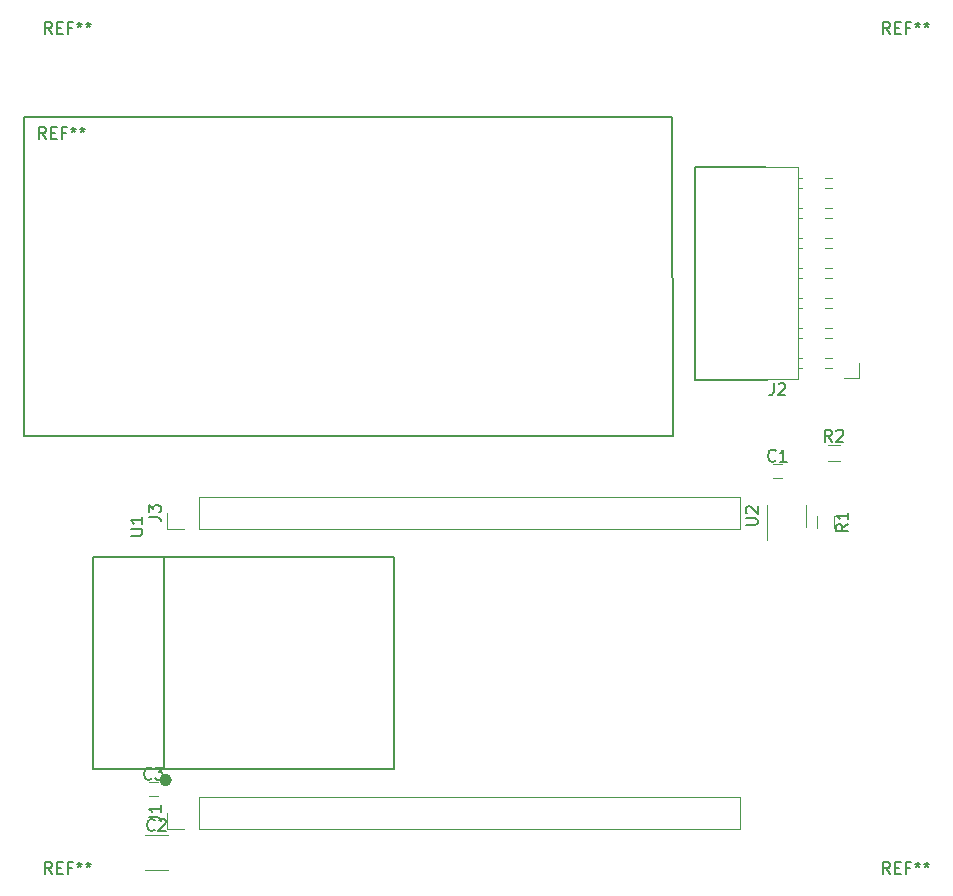
<source format=gbr>
G04 #@! TF.FileFunction,Legend,Top*
%FSLAX46Y46*%
G04 Gerber Fmt 4.6, Leading zero omitted, Abs format (unit mm)*
G04 Created by KiCad (PCBNEW 4.0.6) date Thu Nov  2 19:42:21 2017*
%MOMM*%
%LPD*%
G01*
G04 APERTURE LIST*
%ADD10C,0.100000*%
%ADD11C,0.500000*%
%ADD12C,0.150000*%
%ADD13C,0.120000*%
G04 APERTURE END LIST*
D10*
D11*
X130839981Y-86106000D02*
G75*
G03X130839981Y-86106000I-283981J0D01*
G01*
D12*
X130410000Y-67200000D02*
X130410000Y-85200000D01*
X124410000Y-85200000D02*
X149910000Y-85200000D01*
X124410000Y-67200000D02*
X149910000Y-67200000D01*
X149910000Y-67200000D02*
X149910000Y-85200000D01*
X124410000Y-67200000D02*
X124410000Y-85200000D01*
D13*
X130794000Y-90722000D02*
X128794000Y-90722000D01*
X128794000Y-93682000D02*
X130794000Y-93682000D01*
X182022000Y-59344000D02*
X182722000Y-59344000D01*
X182722000Y-60544000D02*
X182022000Y-60544000D01*
X129190000Y-86268000D02*
X129890000Y-86268000D01*
X129890000Y-87468000D02*
X129190000Y-87468000D01*
X133350000Y-90290000D02*
X179190000Y-90290000D01*
X179190000Y-90290000D02*
X179190000Y-87510000D01*
X179190000Y-87510000D02*
X133350000Y-87510000D01*
X133350000Y-87510000D02*
X133350000Y-90290000D01*
X132080000Y-90290000D02*
X130690000Y-90290000D01*
X130690000Y-90290000D02*
X130690000Y-88900000D01*
X133350000Y-64890000D02*
X179190000Y-64890000D01*
X179190000Y-64890000D02*
X179190000Y-62110000D01*
X179190000Y-62110000D02*
X133350000Y-62110000D01*
X133350000Y-62110000D02*
X133350000Y-64890000D01*
X132080000Y-64890000D02*
X130690000Y-64890000D01*
X130690000Y-64890000D02*
X130690000Y-63500000D01*
X185756000Y-64762000D02*
X185756000Y-63762000D01*
X187116000Y-63762000D02*
X187116000Y-64762000D01*
X184744000Y-64654000D02*
X184744000Y-62854000D01*
X181524000Y-62854000D02*
X181524000Y-65804000D01*
D12*
X118540000Y-29980000D02*
X118540000Y-56980000D01*
X118540000Y-56980000D02*
X173540000Y-56980000D01*
X173540000Y-56980000D02*
X173440000Y-29980000D01*
X173440000Y-29980000D02*
X118540000Y-29980000D01*
X181410000Y-34170000D02*
X175380000Y-34170000D01*
X175380000Y-34170000D02*
X175380000Y-52210000D01*
X175380000Y-52210000D02*
X181500000Y-52210000D01*
D13*
X184140000Y-52190000D02*
X184140000Y-49530000D01*
X181400000Y-52190000D02*
X184140000Y-52190000D01*
X184450000Y-51240000D02*
X184140000Y-51240000D01*
X184450000Y-50360000D02*
X184140000Y-50360000D01*
X186990000Y-51240000D02*
X186390000Y-51240000D01*
X186990000Y-50360000D02*
X186390000Y-50360000D01*
X184140000Y-49530000D02*
X184140000Y-46990000D01*
X184450000Y-48700000D02*
X184140000Y-48700000D01*
X184450000Y-47820000D02*
X184140000Y-47820000D01*
X186990000Y-48700000D02*
X186390000Y-48700000D01*
X186990000Y-47820000D02*
X186390000Y-47820000D01*
X184140000Y-46990000D02*
X184140000Y-44450000D01*
X184450000Y-46160000D02*
X184140000Y-46160000D01*
X184450000Y-45280000D02*
X184140000Y-45280000D01*
X186990000Y-46160000D02*
X186390000Y-46160000D01*
X186990000Y-45280000D02*
X186390000Y-45280000D01*
X184140000Y-44450000D02*
X184140000Y-41910000D01*
X184450000Y-43620000D02*
X184140000Y-43620000D01*
X184450000Y-42740000D02*
X184140000Y-42740000D01*
X186990000Y-43620000D02*
X186390000Y-43620000D01*
X186990000Y-42740000D02*
X186390000Y-42740000D01*
X184140000Y-41910000D02*
X184140000Y-39370000D01*
X184450000Y-41080000D02*
X184140000Y-41080000D01*
X184450000Y-40200000D02*
X184140000Y-40200000D01*
X186990000Y-41080000D02*
X186390000Y-41080000D01*
X186990000Y-40200000D02*
X186390000Y-40200000D01*
X184140000Y-39370000D02*
X184140000Y-36830000D01*
X184450000Y-38540000D02*
X184140000Y-38540000D01*
X184450000Y-37660000D02*
X184140000Y-37660000D01*
X186990000Y-38540000D02*
X186390000Y-38540000D01*
X186990000Y-37660000D02*
X186390000Y-37660000D01*
X184140000Y-36830000D02*
X184140000Y-34170000D01*
X184140000Y-34170000D02*
X181400000Y-34170000D01*
X184450000Y-36000000D02*
X184140000Y-36000000D01*
X184450000Y-35120000D02*
X184140000Y-35120000D01*
X186990000Y-36000000D02*
X186390000Y-36000000D01*
X186990000Y-35120000D02*
X186390000Y-35120000D01*
X189230000Y-50800000D02*
X189230000Y-52070000D01*
X189230000Y-52070000D02*
X187960000Y-52070000D01*
X187640000Y-59130000D02*
X186640000Y-59130000D01*
X186640000Y-57770000D02*
X187640000Y-57770000D01*
D12*
X127595381Y-65404905D02*
X128404905Y-65404905D01*
X128500143Y-65357286D01*
X128547762Y-65309667D01*
X128595381Y-65214429D01*
X128595381Y-65023952D01*
X128547762Y-64928714D01*
X128500143Y-64881095D01*
X128404905Y-64833476D01*
X127595381Y-64833476D01*
X128595381Y-63833476D02*
X128595381Y-64404905D01*
X128595381Y-64119191D02*
X127595381Y-64119191D01*
X127738238Y-64214429D01*
X127833476Y-64309667D01*
X127881095Y-64404905D01*
X129627334Y-90309143D02*
X129579715Y-90356762D01*
X129436858Y-90404381D01*
X129341620Y-90404381D01*
X129198762Y-90356762D01*
X129103524Y-90261524D01*
X129055905Y-90166286D01*
X129008286Y-89975810D01*
X129008286Y-89832952D01*
X129055905Y-89642476D01*
X129103524Y-89547238D01*
X129198762Y-89452000D01*
X129341620Y-89404381D01*
X129436858Y-89404381D01*
X129579715Y-89452000D01*
X129627334Y-89499619D01*
X130008286Y-89499619D02*
X130055905Y-89452000D01*
X130151143Y-89404381D01*
X130389239Y-89404381D01*
X130484477Y-89452000D01*
X130532096Y-89499619D01*
X130579715Y-89594857D01*
X130579715Y-89690095D01*
X130532096Y-89832952D01*
X129960667Y-90404381D01*
X130579715Y-90404381D01*
X182205334Y-59051143D02*
X182157715Y-59098762D01*
X182014858Y-59146381D01*
X181919620Y-59146381D01*
X181776762Y-59098762D01*
X181681524Y-59003524D01*
X181633905Y-58908286D01*
X181586286Y-58717810D01*
X181586286Y-58574952D01*
X181633905Y-58384476D01*
X181681524Y-58289238D01*
X181776762Y-58194000D01*
X181919620Y-58146381D01*
X182014858Y-58146381D01*
X182157715Y-58194000D01*
X182205334Y-58241619D01*
X183157715Y-59146381D02*
X182586286Y-59146381D01*
X182872000Y-59146381D02*
X182872000Y-58146381D01*
X182776762Y-58289238D01*
X182681524Y-58384476D01*
X182586286Y-58432095D01*
X129373334Y-85975143D02*
X129325715Y-86022762D01*
X129182858Y-86070381D01*
X129087620Y-86070381D01*
X128944762Y-86022762D01*
X128849524Y-85927524D01*
X128801905Y-85832286D01*
X128754286Y-85641810D01*
X128754286Y-85498952D01*
X128801905Y-85308476D01*
X128849524Y-85213238D01*
X128944762Y-85118000D01*
X129087620Y-85070381D01*
X129182858Y-85070381D01*
X129325715Y-85118000D01*
X129373334Y-85165619D01*
X129706667Y-85070381D02*
X130325715Y-85070381D01*
X129992381Y-85451333D01*
X130135239Y-85451333D01*
X130230477Y-85498952D01*
X130278096Y-85546571D01*
X130325715Y-85641810D01*
X130325715Y-85879905D01*
X130278096Y-85975143D01*
X130230477Y-86022762D01*
X130135239Y-86070381D01*
X129849524Y-86070381D01*
X129754286Y-86022762D01*
X129706667Y-85975143D01*
X129142381Y-89233333D02*
X129856667Y-89233333D01*
X129999524Y-89280953D01*
X130094762Y-89376191D01*
X130142381Y-89519048D01*
X130142381Y-89614286D01*
X130142381Y-88233333D02*
X130142381Y-88804762D01*
X130142381Y-88519048D02*
X129142381Y-88519048D01*
X129285238Y-88614286D01*
X129380476Y-88709524D01*
X129428095Y-88804762D01*
X129142381Y-63833333D02*
X129856667Y-63833333D01*
X129999524Y-63880953D01*
X130094762Y-63976191D01*
X130142381Y-64119048D01*
X130142381Y-64214286D01*
X129142381Y-63452381D02*
X129142381Y-62833333D01*
X129523333Y-63166667D01*
X129523333Y-63023809D01*
X129570952Y-62928571D01*
X129618571Y-62880952D01*
X129713810Y-62833333D01*
X129951905Y-62833333D01*
X130047143Y-62880952D01*
X130094762Y-62928571D01*
X130142381Y-63023809D01*
X130142381Y-63309524D01*
X130094762Y-63404762D01*
X130047143Y-63452381D01*
X188338381Y-64428666D02*
X187862190Y-64762000D01*
X188338381Y-65000095D02*
X187338381Y-65000095D01*
X187338381Y-64619142D01*
X187386000Y-64523904D01*
X187433619Y-64476285D01*
X187528857Y-64428666D01*
X187671714Y-64428666D01*
X187766952Y-64476285D01*
X187814571Y-64523904D01*
X187862190Y-64619142D01*
X187862190Y-65000095D01*
X188338381Y-63476285D02*
X188338381Y-64047714D01*
X188338381Y-63762000D02*
X187338381Y-63762000D01*
X187481238Y-63857238D01*
X187576476Y-63952476D01*
X187624095Y-64047714D01*
X179686381Y-64515905D02*
X180495905Y-64515905D01*
X180591143Y-64468286D01*
X180638762Y-64420667D01*
X180686381Y-64325429D01*
X180686381Y-64134952D01*
X180638762Y-64039714D01*
X180591143Y-63992095D01*
X180495905Y-63944476D01*
X179686381Y-63944476D01*
X179781619Y-63515905D02*
X179734000Y-63468286D01*
X179686381Y-63373048D01*
X179686381Y-63134952D01*
X179734000Y-63039714D01*
X179781619Y-62992095D01*
X179876857Y-62944476D01*
X179972095Y-62944476D01*
X180114952Y-62992095D01*
X180686381Y-63563524D01*
X180686381Y-62944476D01*
X120936667Y-22922381D02*
X120603333Y-22446190D01*
X120365238Y-22922381D02*
X120365238Y-21922381D01*
X120746191Y-21922381D01*
X120841429Y-21970000D01*
X120889048Y-22017619D01*
X120936667Y-22112857D01*
X120936667Y-22255714D01*
X120889048Y-22350952D01*
X120841429Y-22398571D01*
X120746191Y-22446190D01*
X120365238Y-22446190D01*
X121365238Y-22398571D02*
X121698572Y-22398571D01*
X121841429Y-22922381D02*
X121365238Y-22922381D01*
X121365238Y-21922381D01*
X121841429Y-21922381D01*
X122603334Y-22398571D02*
X122270000Y-22398571D01*
X122270000Y-22922381D02*
X122270000Y-21922381D01*
X122746191Y-21922381D01*
X123270000Y-21922381D02*
X123270000Y-22160476D01*
X123031905Y-22065238D02*
X123270000Y-22160476D01*
X123508096Y-22065238D01*
X123127143Y-22350952D02*
X123270000Y-22160476D01*
X123412858Y-22350952D01*
X124031905Y-21922381D02*
X124031905Y-22160476D01*
X123793810Y-22065238D02*
X124031905Y-22160476D01*
X124270001Y-22065238D01*
X123889048Y-22350952D02*
X124031905Y-22160476D01*
X124174763Y-22350952D01*
X120936667Y-94042381D02*
X120603333Y-93566190D01*
X120365238Y-94042381D02*
X120365238Y-93042381D01*
X120746191Y-93042381D01*
X120841429Y-93090000D01*
X120889048Y-93137619D01*
X120936667Y-93232857D01*
X120936667Y-93375714D01*
X120889048Y-93470952D01*
X120841429Y-93518571D01*
X120746191Y-93566190D01*
X120365238Y-93566190D01*
X121365238Y-93518571D02*
X121698572Y-93518571D01*
X121841429Y-94042381D02*
X121365238Y-94042381D01*
X121365238Y-93042381D01*
X121841429Y-93042381D01*
X122603334Y-93518571D02*
X122270000Y-93518571D01*
X122270000Y-94042381D02*
X122270000Y-93042381D01*
X122746191Y-93042381D01*
X123270000Y-93042381D02*
X123270000Y-93280476D01*
X123031905Y-93185238D02*
X123270000Y-93280476D01*
X123508096Y-93185238D01*
X123127143Y-93470952D02*
X123270000Y-93280476D01*
X123412858Y-93470952D01*
X124031905Y-93042381D02*
X124031905Y-93280476D01*
X123793810Y-93185238D02*
X124031905Y-93280476D01*
X124270001Y-93185238D01*
X123889048Y-93470952D02*
X124031905Y-93280476D01*
X124174763Y-93470952D01*
X191896667Y-94042381D02*
X191563333Y-93566190D01*
X191325238Y-94042381D02*
X191325238Y-93042381D01*
X191706191Y-93042381D01*
X191801429Y-93090000D01*
X191849048Y-93137619D01*
X191896667Y-93232857D01*
X191896667Y-93375714D01*
X191849048Y-93470952D01*
X191801429Y-93518571D01*
X191706191Y-93566190D01*
X191325238Y-93566190D01*
X192325238Y-93518571D02*
X192658572Y-93518571D01*
X192801429Y-94042381D02*
X192325238Y-94042381D01*
X192325238Y-93042381D01*
X192801429Y-93042381D01*
X193563334Y-93518571D02*
X193230000Y-93518571D01*
X193230000Y-94042381D02*
X193230000Y-93042381D01*
X193706191Y-93042381D01*
X194230000Y-93042381D02*
X194230000Y-93280476D01*
X193991905Y-93185238D02*
X194230000Y-93280476D01*
X194468096Y-93185238D01*
X194087143Y-93470952D02*
X194230000Y-93280476D01*
X194372858Y-93470952D01*
X194991905Y-93042381D02*
X194991905Y-93280476D01*
X194753810Y-93185238D02*
X194991905Y-93280476D01*
X195230001Y-93185238D01*
X194849048Y-93470952D02*
X194991905Y-93280476D01*
X195134763Y-93470952D01*
X191896667Y-22922381D02*
X191563333Y-22446190D01*
X191325238Y-22922381D02*
X191325238Y-21922381D01*
X191706191Y-21922381D01*
X191801429Y-21970000D01*
X191849048Y-22017619D01*
X191896667Y-22112857D01*
X191896667Y-22255714D01*
X191849048Y-22350952D01*
X191801429Y-22398571D01*
X191706191Y-22446190D01*
X191325238Y-22446190D01*
X192325238Y-22398571D02*
X192658572Y-22398571D01*
X192801429Y-22922381D02*
X192325238Y-22922381D01*
X192325238Y-21922381D01*
X192801429Y-21922381D01*
X193563334Y-22398571D02*
X193230000Y-22398571D01*
X193230000Y-22922381D02*
X193230000Y-21922381D01*
X193706191Y-21922381D01*
X194230000Y-21922381D02*
X194230000Y-22160476D01*
X193991905Y-22065238D02*
X194230000Y-22160476D01*
X194468096Y-22065238D01*
X194087143Y-22350952D02*
X194230000Y-22160476D01*
X194372858Y-22350952D01*
X194991905Y-21922381D02*
X194991905Y-22160476D01*
X194753810Y-22065238D02*
X194991905Y-22160476D01*
X195230001Y-22065238D01*
X194849048Y-22350952D02*
X194991905Y-22160476D01*
X195134763Y-22350952D01*
X120426667Y-31832381D02*
X120093333Y-31356190D01*
X119855238Y-31832381D02*
X119855238Y-30832381D01*
X120236191Y-30832381D01*
X120331429Y-30880000D01*
X120379048Y-30927619D01*
X120426667Y-31022857D01*
X120426667Y-31165714D01*
X120379048Y-31260952D01*
X120331429Y-31308571D01*
X120236191Y-31356190D01*
X119855238Y-31356190D01*
X120855238Y-31308571D02*
X121188572Y-31308571D01*
X121331429Y-31832381D02*
X120855238Y-31832381D01*
X120855238Y-30832381D01*
X121331429Y-30832381D01*
X122093334Y-31308571D02*
X121760000Y-31308571D01*
X121760000Y-31832381D02*
X121760000Y-30832381D01*
X122236191Y-30832381D01*
X122760000Y-30832381D02*
X122760000Y-31070476D01*
X122521905Y-30975238D02*
X122760000Y-31070476D01*
X122998096Y-30975238D01*
X122617143Y-31260952D02*
X122760000Y-31070476D01*
X122902858Y-31260952D01*
X123521905Y-30832381D02*
X123521905Y-31070476D01*
X123283810Y-30975238D02*
X123521905Y-31070476D01*
X123760001Y-30975238D01*
X123379048Y-31260952D02*
X123521905Y-31070476D01*
X123664763Y-31260952D01*
X182041667Y-52522381D02*
X182041667Y-53236667D01*
X181994047Y-53379524D01*
X181898809Y-53474762D01*
X181755952Y-53522381D01*
X181660714Y-53522381D01*
X182470238Y-52617619D02*
X182517857Y-52570000D01*
X182613095Y-52522381D01*
X182851191Y-52522381D01*
X182946429Y-52570000D01*
X182994048Y-52617619D01*
X183041667Y-52712857D01*
X183041667Y-52808095D01*
X182994048Y-52950952D01*
X182422619Y-53522381D01*
X183041667Y-53522381D01*
X186973334Y-57452381D02*
X186640000Y-56976190D01*
X186401905Y-57452381D02*
X186401905Y-56452381D01*
X186782858Y-56452381D01*
X186878096Y-56500000D01*
X186925715Y-56547619D01*
X186973334Y-56642857D01*
X186973334Y-56785714D01*
X186925715Y-56880952D01*
X186878096Y-56928571D01*
X186782858Y-56976190D01*
X186401905Y-56976190D01*
X187354286Y-56547619D02*
X187401905Y-56500000D01*
X187497143Y-56452381D01*
X187735239Y-56452381D01*
X187830477Y-56500000D01*
X187878096Y-56547619D01*
X187925715Y-56642857D01*
X187925715Y-56738095D01*
X187878096Y-56880952D01*
X187306667Y-57452381D01*
X187925715Y-57452381D01*
M02*

</source>
